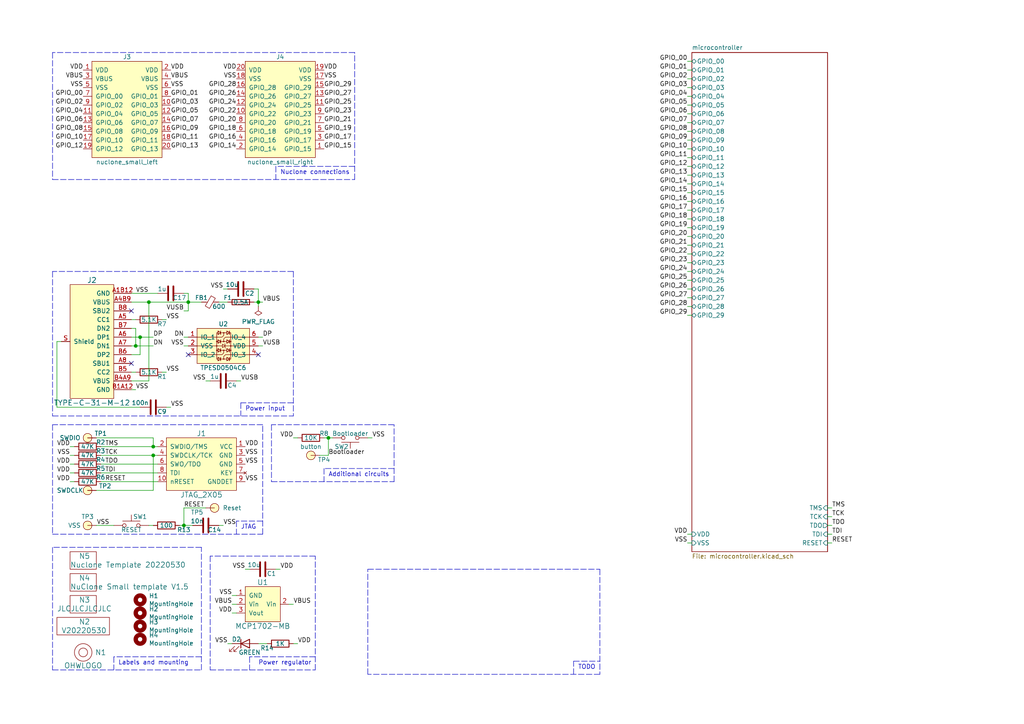
<source format=kicad_sch>
(kicad_sch (version 20231120) (generator "eeschema") (generator_version "8.0")
  (paper "A4")
  (lib_symbols
    (symbol "Device:C" (pin_numbers hide) (pin_names (offset 0.254))
      (property "Reference" "C" (at 0.635 2.54 0))
      (property "Value" "C" (at 0.635 -2.54 0))
      (symbol "C_0_1"
        (polyline (pts (xy -2.032 -0.762) (xy 2.032 -0.762)) (stroke (width 0.508)))
        (polyline (pts (xy -2.032 0.762) (xy 2.032 0.762)) (stroke (width 0.508)))
      )
      (symbol "C_1_1"
        (pin passive line (at 0 3.81 270) (length 2.794) (name "~") (number "1"))
        (pin passive line (at 0 -3.81 90) (length 2.794) (name "~") (number "2"))
      )
    )
    (symbol "Device:FerriteBead_Small" (pin_numbers hide) (pin_names (offset 0))
      (property "Reference" "FB" (at 1.905 1.27 0))
      (property "Value" "FerriteBead_Small" (at 1.905 -1.27 0))
      (symbol "FerriteBead_Small_0_1"
        (polyline (pts (xy 0 -1.27) (xy 0 -0.7874)))
        (polyline (pts (xy 0 0.889) (xy 0 1.2954)))
        (polyline (pts (xy -1.8288 0.2794) (xy -1.1176 1.4986) (xy 1.8288 -0.2032) (xy 1.1176 -1.4224) (xy -1.8288 0.2794)))
      )
      (symbol "FerriteBead_Small_1_1"
        (pin passive line (at 0 2.54 270) (length 1.27) (name "~") (number "1"))
        (pin passive line (at 0 -2.54 90) (length 1.27) (name "~") (number "2"))
      )
    )
    (symbol "Device:Fuse" (pin_numbers hide) (pin_names (offset 0))
      (property "Reference" "F" (at 2.032 0 90))
      (property "Value" "Fuse" (at -1.905 0 90))
      (symbol "Fuse_0_1"
        (rectangle (start -0.762 -2.54) (end 0.762 2.54) (stroke (width 0.254)))
        (polyline (pts (xy 0 2.54) (xy 0 -2.54)))
      )
      (symbol "Fuse_1_1"
        (pin passive line (at 0 3.81 270) (length 1.27) (name "~") (number "1"))
        (pin passive line (at 0 -3.81 90) (length 1.27) (name "~") (number "2"))
      )
    )
    (symbol "Device:LED" (pin_numbers hide) (pin_names (offset 1.016) hide)
      (property "Reference" "D" (at 0 2.54 0))
      (property "Value" "LED" (at 0 -2.54 0))
      (symbol "LED_0_1"
        (polyline (pts (xy -1.27 -1.27) (xy -1.27 1.27)) (stroke (width 0.254)))
        (polyline (pts (xy -1.27 0) (xy 1.27 0)))
        (polyline (pts (xy 1.27 -1.27) (xy 1.27 1.27) (xy -1.27 0) (xy 1.27 -1.27)) (stroke (width 0.254)))
        (polyline (pts (xy -3.048 -0.762) (xy -4.572 -2.286) (xy -3.81 -2.286) (xy -4.572 -2.286) (xy -4.572 -1.524)))
        (polyline (pts (xy -1.778 -0.762) (xy -3.302 -2.286) (xy -2.54 -2.286) (xy -3.302 -2.286) (xy -3.302 -1.524)))
      )
      (symbol "LED_1_1"
        (pin passive line (at -3.81 0 0) (length 2.54) (name "K") (number "1"))
        (pin passive line (at 3.81 0 180) (length 2.54) (name "A") (number "2"))
      )
    )
    (symbol "Device:R" (pin_numbers hide) (pin_names (offset 0))
      (property "Reference" "R" (at 2.032 0 90))
      (property "Value" "R" (at 0 0 90))
      (symbol "R_0_1"
        (rectangle (start -1.016 -2.54) (end 1.016 2.54) (stroke (width 0.254)))
      )
      (symbol "R_1_1"
        (pin passive line (at 0 3.81 270) (length 1.27) (name "~") (number "1"))
        (pin passive line (at 0 -3.81 90) (length 1.27) (name "~") (number "2"))
      )
    )
    (symbol "Mechanical:MountingHole" (pin_names (offset 1.016))
      (property "Reference" "H" (at 0 5.08 0))
      (property "Value" "MountingHole" (at 0 3.175 0))
      (symbol "MountingHole_0_1"
        (circle (center 0 0) (radius 1.27) (stroke (width 1.27)))
      )
    )
    (symbol "SquantorConnectorsNamed:JTAG_2X05_IN" (pin_names (offset 1.016))
      (property "Reference" "J" (at 0 8.89 0))
      (property "Value" "JTAG_2X05_IN" (at 0 -8.89 0))
      (symbol "JTAG_2X05_IN_0_1"
        (rectangle (start -10.16 7.62) (end 10.16 -7.62) (fill (type background)))
      )
      (symbol "JTAG_2X05_IN_1_1"
        (pin power_in line (at 12.7 5.08 180) (length 2.54) (name "VCC") (number "1"))
        (pin open_collector line (at -12.7 -5.08 0) (length 2.54) (name "nRESET") (number "10"))
        (pin bidirectional line (at -12.7 5.08 0) (length 2.54) (name "SWDIO/TMS") (number "2"))
        (pin power_in line (at 12.7 2.54 180) (length 2.54) (name "GND") (number "3"))
        (pin output line (at -12.7 2.54 0) (length 2.54) (name "SWDCLK/TCK") (number "4"))
        (pin power_in line (at 12.7 0 180) (length 2.54) (name "GND") (number "5"))
        (pin output line (at -12.7 0 0) (length 2.54) (name "SWO/TDO") (number "6"))
        (pin no_connect line (at 12.7 -2.54 180) (length 2.54) (name "KEY") (number "7"))
        (pin input line (at -12.7 -2.54 0) (length 2.54) (name "TDI") (number "8"))
        (pin power_in line (at 12.7 -5.08 180) (length 2.54) (name "GNDDET") (number "9"))
      )
    )
    (symbol "SquantorConnectorsNamed:nuclone_small_left" (pin_names (offset 1.016))
      (property "Reference" "J" (at 0 15.24 0))
      (property "Value" "nuclone_small_left" (at 0 -15.24 0))
      (symbol "nuclone_small_left_0_1"
        (rectangle (start -10.16 13.97) (end 10.16 -13.97) (fill (type background)))
      )
      (symbol "nuclone_small_left_1_1"
        (pin power_in line (at -12.7 11.43 0) (length 2.54) (name "VDD") (number "1"))
        (pin bidirectional line (at 12.7 1.27 180) (length 2.54) (name "GPIO_03") (number "10"))
        (pin bidirectional line (at -12.7 -1.27 0) (length 2.54) (name "GPIO_04") (number "11"))
        (pin bidirectional line (at 12.7 -1.27 180) (length 2.54) (name "GPIO_05") (number "12"))
        (pin bidirectional line (at -12.7 -3.81 0) (length 2.54) (name "GPIO_06") (number "13"))
        (pin bidirectional line (at 12.7 -3.81 180) (length 2.54) (name "GPIO_07") (number "14"))
        (pin bidirectional line (at -12.7 -6.35 0) (length 2.54) (name "GPIO_08") (number "15"))
        (pin bidirectional line (at 12.7 -6.35 180) (length 2.54) (name "GPIO_09") (number "16"))
        (pin bidirectional line (at -12.7 -8.89 0) (length 2.54) (name "GPIO_10") (number "17"))
        (pin bidirectional line (at 12.7 -8.89 180) (length 2.54) (name "GPIO_11") (number "18"))
        (pin bidirectional line (at -12.7 -11.43 0) (length 2.54) (name "GPIO_12") (number "19"))
        (pin power_in line (at 12.7 11.43 180) (length 2.54) (name "VDD") (number "2"))
        (pin bidirectional line (at 12.7 -11.43 180) (length 2.54) (name "GPIO_13") (number "20"))
        (pin power_in line (at -12.7 8.89 0) (length 2.54) (name "VBUS") (number "3"))
        (pin power_in line (at 12.7 8.89 180) (length 2.54) (name "VBUS") (number "4"))
        (pin power_in line (at -12.7 6.35 0) (length 2.54) (name "VSS") (number "5"))
        (pin power_in line (at 12.7 6.35 180) (length 2.54) (name "VSS") (number "6"))
        (pin bidirectional line (at -12.7 3.81 0) (length 2.54) (name "GPIO_00") (number "7"))
        (pin bidirectional line (at 12.7 3.81 180) (length 2.54) (name "GPIO_01") (number "8"))
        (pin bidirectional line (at -12.7 1.27 0) (length 2.54) (name "GPIO_02") (number "9"))
      )
    )
    (symbol "SquantorConnectorsNamed:nuclone_small_right" (pin_names (offset 1.016))
      (property "Reference" "J" (at 0 -15.24 0))
      (property "Value" "nuclone_small_right" (at 0 15.24 0))
      (symbol "nuclone_small_right_0_1"
        (rectangle (start 10.16 -13.97) (end -10.16 13.97) (fill (type background)))
      )
      (symbol "nuclone_small_right_1_1"
        (pin bidirectional line (at 12.7 -11.43 180) (length 2.54) (name "GPIO_15") (number "1"))
        (pin bidirectional line (at -12.7 -1.27 0) (length 2.54) (name "GPIO_22") (number "10"))
        (pin bidirectional line (at 12.7 1.27 180) (length 2.54) (name "GPIO_25") (number "11"))
        (pin bidirectional line (at -12.7 1.27 0) (length 2.54) (name "GPIO_24") (number "12"))
        (pin bidirectional line (at 12.7 3.81 180) (length 2.54) (name "GPIO_27") (number "13"))
        (pin bidirectional line (at -12.7 3.81 0) (length 2.54) (name "GPIO_26") (number "14"))
        (pin bidirectional line (at 12.7 6.35 180) (length 2.54) (name "GPIO_29") (number "15"))
        (pin bidirectional line (at -12.7 6.35 0) (length 2.54) (name "GPIO_28") (number "16"))
        (pin power_in line (at 12.7 8.89 180) (length 2.54) (name "VSS") (number "17"))
        (pin power_in line (at -12.7 8.89 0) (length 2.54) (name "VSS") (number "18"))
        (pin power_in line (at 12.7 11.43 180) (length 2.54) (name "VDD") (number "19"))
        (pin bidirectional line (at -12.7 -11.43 0) (length 2.54) (name "GPIO_14") (number "2"))
        (pin power_in line (at -12.7 11.43 0) (length 2.54) (name "VDD") (number "20"))
        (pin bidirectional line (at 12.7 -8.89 180) (length 2.54) (name "GPIO_17") (number "3"))
        (pin bidirectional line (at -12.7 -8.89 0) (length 2.54) (name "GPIO_16") (number "4"))
        (pin bidirectional line (at 12.7 -6.35 180) (length 2.54) (name "GPIO_19") (number "5"))
        (pin bidirectional line (at -12.7 -6.35 0) (length 2.54) (name "GPIO_18") (number "6"))
        (pin bidirectional line (at 12.7 -3.81 180) (length 2.54) (name "GPIO_21") (number "7"))
        (pin bidirectional line (at -12.7 -3.81 0) (length 2.54) (name "GPIO_20") (number "8"))
        (pin bidirectional line (at 12.7 -1.27 180) (length 2.54) (name "GPIO_23") (number "9"))
      )
    )
    (symbol "SquantorDevice:TVS_4_Array" (pin_names (offset 1.016))
      (property "Reference" "U" (at 0 7.62 0))
      (property "Value" "TVS_4_Array" (at 0 -5.08 0))
      (symbol "TVS_4_Array_0_1"
        (rectangle (start -7.62 6.35) (end 7.62 -3.81) (fill (type background)))
        (circle (center -1.905 0) (radius 0.127))
        (circle (center -1.905 1.27) (radius 0.127))
        (circle (center -1.905 2.54) (radius 0.127))
        (polyline (pts (xy -7.62 1.27) (xy -0.254 1.27)))
        (polyline (pts (xy -1.905 5.08) (xy -1.905 -2.54)))
        (polyline (pts (xy -1.524 -2.54) (xy -1.905 -2.54)))
        (polyline (pts (xy -1.524 0) (xy -1.905 0)))
        (polyline (pts (xy -1.524 2.54) (xy -1.905 2.54)))
        (polyline (pts (xy -1.524 5.08) (xy -1.905 5.08)))
        (polyline (pts (xy -0.762 -2.54) (xy 1.016 -2.54)))
        (polyline (pts (xy -0.762 -2.032) (xy -0.762 -3.048)))
        (polyline (pts (xy -0.762 -2.032) (xy -0.762 -3.048)))
        (polyline (pts (xy -0.762 0) (xy 1.016 0)))
        (polyline (pts (xy -0.762 0.508) (xy -0.762 -0.508)))
        (polyline (pts (xy -0.762 0.508) (xy -0.762 -0.508)))
        (polyline (pts (xy -0.762 2.54) (xy 1.016 2.54)))
        (polyline (pts (xy -0.762 3.048) (xy -0.762 2.032)))
        (polyline (pts (xy -0.762 3.048) (xy -0.762 2.032)))
        (polyline (pts (xy -0.762 5.08) (xy 1.016 5.08)))
        (polyline (pts (xy -0.762 5.588) (xy -0.762 4.572)))
        (polyline (pts (xy -0.762 5.588) (xy -0.762 4.572)))
        (polyline (pts (xy 0.508 1.27) (xy 7.62 1.27)))
        (polyline (pts (xy 1.778 -2.54) (xy 2.159 -2.54)))
        (polyline (pts (xy 1.778 -2.032) (xy 1.778 -3.048)))
        (polyline (pts (xy 1.778 -2.032) (xy 1.778 -3.048)))
        (polyline (pts (xy 1.778 0) (xy 2.159 0)))
        (polyline (pts (xy 1.778 0.508) (xy 1.778 -0.508)))
        (polyline (pts (xy 1.778 0.508) (xy 1.778 -0.508)))
        (polyline (pts (xy 1.778 2.54) (xy 2.159 2.54)))
        (polyline (pts (xy 1.778 3.048) (xy 1.778 2.032)))
        (polyline (pts (xy 1.778 3.048) (xy 1.778 2.032)))
        (polyline (pts (xy 1.778 5.08) (xy 2.159 5.08)))
        (polyline (pts (xy 1.778 5.588) (xy 1.778 4.572)))
        (polyline (pts (xy 1.778 5.588) (xy 1.778 4.572)))
        (polyline (pts (xy 2.159 5.08) (xy 2.159 -2.54)))
        (polyline (pts (xy 0.508 1.27) (xy 0.508 0.762) (xy 0.635 0.635)))
        (polyline (pts (xy 0.508 1.27) (xy 0.508 1.778) (xy 0.381 1.905)))
        (polyline (pts (xy -7.62 -1.27) (xy -0.381 -1.27) (xy 0.127 -0.762) (xy 0.127 0)))
        (polyline (pts (xy -7.62 3.81) (xy -0.381 3.81) (xy 0.127 4.318) (xy 0.127 5.08)))
        (polyline (pts (xy 0.508 1.27) (xy -0.254 1.778) (xy -0.254 0.762) (xy 0.508 1.27)))
        (polyline (pts (xy 7.62 -1.27) (xy 0.635 -1.27) (xy 0.127 -1.778) (xy 0.127 -2.413)))
        (polyline (pts (xy 7.62 3.81) (xy 0.635 3.81) (xy 0.127 3.302) (xy 0.127 2.667)))
        (circle (center 0.127 -2.54) (radius 0.127))
        (circle (center 0.127 0) (radius 0.127))
        (circle (center 0.127 2.54) (radius 0.127))
        (circle (center 0.127 5.08) (radius 0.127))
        (circle (center 2.159 0) (radius 0.127))
        (circle (center 2.159 1.27) (radius 0.127))
        (circle (center 2.159 2.54) (radius 0.127))
      )
      (symbol "TVS_4_Array_1_1"
        (polyline (pts (xy -0.762 -2.54) (xy -1.524 -2.032) (xy -1.524 -3.048) (xy -0.762 -2.54)))
        (polyline (pts (xy -0.762 -2.54) (xy -1.524 -2.032) (xy -1.524 -3.048) (xy -0.762 -2.54)))
        (polyline (pts (xy -0.762 0) (xy -1.524 0.508) (xy -1.524 -0.508) (xy -0.762 0)))
        (polyline (pts (xy -0.762 0) (xy -1.524 0.508) (xy -1.524 -0.508) (xy -0.762 0)))
        (polyline (pts (xy -0.762 2.54) (xy -1.524 3.048) (xy -1.524 2.032) (xy -0.762 2.54)))
        (polyline (pts (xy -0.762 2.54) (xy -1.524 3.048) (xy -1.524 2.032) (xy -0.762 2.54)))
        (polyline (pts (xy -0.762 5.08) (xy -1.524 5.588) (xy -1.524 4.572) (xy -0.762 5.08)))
        (polyline (pts (xy -0.762 5.08) (xy -1.524 5.588) (xy -1.524 4.572) (xy -0.762 5.08)))
        (polyline (pts (xy 1.778 -2.54) (xy 1.016 -2.032) (xy 1.016 -3.048) (xy 1.778 -2.54)))
        (polyline (pts (xy 1.778 -2.54) (xy 1.016 -2.032) (xy 1.016 -3.048) (xy 1.778 -2.54)))
        (polyline (pts (xy 1.778 0) (xy 1.016 0.508) (xy 1.016 -0.508) (xy 1.778 0)))
        (polyline (pts (xy 1.778 0) (xy 1.016 0.508) (xy 1.016 -0.508) (xy 1.778 0)))
        (polyline (pts (xy 1.778 2.54) (xy 1.016 3.048) (xy 1.016 2.032) (xy 1.778 2.54)))
        (polyline (pts (xy 1.778 2.54) (xy 1.016 3.048) (xy 1.016 2.032) (xy 1.778 2.54)))
        (polyline (pts (xy 1.778 5.08) (xy 1.016 5.588) (xy 1.016 4.572) (xy 1.778 5.08)))
        (polyline (pts (xy 1.778 5.08) (xy 1.016 5.588) (xy 1.016 4.572) (xy 1.778 5.08)))
        (pin passive line (at -10.16 3.81 0) (length 2.54) (name "IO_1") (number "1"))
        (pin power_in line (at -10.16 1.27 0) (length 2.54) (name "VSS") (number "2"))
        (pin passive line (at -10.16 -1.27 0) (length 2.54) (name "IO_2") (number "3"))
        (pin passive line (at 10.16 -1.27 180) (length 2.54) (name "IO_3") (number "4"))
        (pin power_in line (at 10.16 1.27 180) (length 2.54) (name "VDD") (number "5"))
        (pin passive line (at 10.16 3.81 180) (length 2.54) (name "IO_4") (number "6"))
      )
    )
    (symbol "SquantorLabels:Label" (pin_names (offset 1.016))
      (property "Reference" "N" (at 0 1.27 0))
      (property "Value" "Label" (at 0 -1.27 0))
      (symbol "Label_0_1"
        (rectangle (start -3.81 2.54) (end 3.81 -2.54))
      )
    )
    (symbol "SquantorLabels:OHWLOGO" (pin_names (offset 1.016))
      (property "Reference" "N" (at 0 3.81 0))
      (property "Value" "OHWLOGO" (at 0 -3.81 0))
      (symbol "OHWLOGO_0_1"
        (circle (center 0 0) (radius 1.27))
        (circle (center 0 0) (radius 2.54))
      )
    )
    (symbol "SquantorLabels:VYYYYMMDD" (pin_names (offset 1.016))
      (property "Reference" "N" (at 0 2.54 0))
      (property "Value" "VYYYYMMDD" (at 0 0 0))
      (symbol "VYYYYMMDD_0_1"
        (rectangle (start 7.62 -1.27) (end -7.62 3.81))
      )
    )
    (symbol "SquantorMicrochip:MCP1702-MB" (pin_names (offset 1.016))
      (property "Reference" "U" (at 0 6.35 0))
      (property "Value" "MCP1702-MB" (at 0 -6.35 0))
      (symbol "MCP1702-MB_0_1"
        (rectangle (start -5.08 5.08) (end 5.08 -5.08) (fill (type background)))
      )
      (symbol "MCP1702-MB_1_1"
        (pin power_in line (at -7.62 2.54 0) (length 2.54) (name "GND") (number "1"))
        (pin power_in line (at -7.62 0 0) (length 2.54) (name "Vin") (number "2"))
        (pin power_in line (at 7.62 0 180) (length 2.54) (name "Vin") (number "2"))
        (pin power_out line (at -7.62 -2.54 0) (length 2.54) (name "Vout") (number "3"))
      )
    )
    (symbol "SquantorProto:testpad" (pin_numbers hide) (pin_names (offset 1.016) hide)
      (property "Reference" "TP" (at 0 2.54 0))
      (property "Value" "testpad" (at 0 -2.54 0))
      (symbol "testpad_0_1"
        (circle (center 0 0) (radius 1.27) (fill (type background)))
      )
      (symbol "testpad_1_1"
        (pin passive line (at -2.54 0 0) (length 2.54) (name "1") (number "1"))
      )
    )
    (symbol "SquantorUsb:USB-C_PD_USB" (pin_names (offset 1.016))
      (property "Reference" "J" (at 0 17.78 0))
      (property "Value" "USB-C_PD_USB" (at 0 -17.78 0))
      (symbol "USB-C_PD_USB_0_1"
        (rectangle (start 6.35 16.51) (end -6.35 -16.51) (fill (type background)))
      )
      (symbol "USB-C_PD_USB_1_1"
        (pin power_out line (at 11.43 13.97 180) (length 5.08) (name "GND") (number "A1B12"))
        (pin power_out line (at 11.43 11.43 180) (length 5.08) (name "VBUS") (number "A4B9"))
        (pin bidirectional line (at 11.43 6.35 180) (length 5.08) (name "CC1") (number "A5"))
        (pin bidirectional line (at 11.43 1.27 180) (length 5.08) (name "DP1") (number "A6"))
        (pin bidirectional line (at 11.43 -1.27 180) (length 5.08) (name "DN1") (number "A7"))
        (pin bidirectional line (at 11.43 -6.35 180) (length 5.08) (name "SBU1") (number "A8"))
        (pin passive line (at 11.43 -13.97 180) (length 5.08) (name "GND") (number "B1A12"))
        (pin passive line (at 11.43 -11.43 180) (length 5.08) (name "VBUS") (number "B4A9"))
        (pin bidirectional line (at 11.43 -8.89 180) (length 5.08) (name "CC2") (number "B5"))
        (pin bidirectional line (at 11.43 -3.81 180) (length 5.08) (name "DP2") (number "B6"))
        (pin bidirectional line (at 11.43 3.81 180) (length 5.08) (name "DN2") (number "B7"))
        (pin bidirectional line (at 11.43 8.89 180) (length 5.08) (name "SBU2") (number "B8"))
        (pin passive line (at -8.89 0 0) (length 2.54) (name "Shield") (number "S"))
      )
    )
    (symbol "Switch:SW_Push" (pin_numbers hide) (pin_names (offset 1.016) hide)
      (property "Reference" "SW" (at 1.27 2.54 0))
      (property "Value" "SW_Push" (at 0 -1.524 0))
      (symbol "SW_Push_0_1"
        (circle (center -2.032 0) (radius 0.508))
        (polyline (pts (xy 0 1.27) (xy 0 3.048)))
        (polyline (pts (xy 2.54 1.27) (xy -2.54 1.27)))
        (circle (center 2.032 0) (radius 0.508))
        (pin passive line (at -5.08 0 0) (length 2.54) (name "1") (number "1"))
        (pin passive line (at 5.08 0 180) (length 2.54) (name "2") (number "2"))
      )
    )
    (symbol "power:PWR_FLAG" (power) (pin_numbers hide) (pin_names (offset 0) hide)
      (property "Value" "PWR_FLAG" (at 0 3.81 0))
      (symbol "PWR_FLAG_0_0"
        (pin power_out line (at 0 0 90) (length 0) (name "pwr") (number "1"))
      )
      (symbol "PWR_FLAG_0_1"
        (polyline (pts (xy 0 0) (xy 0 1.27) (xy -1.016 1.905) (xy 0 2.54) (xy 1.016 1.905) (xy 0 1.27)))
      )
    )
  )
  (junction (at 95.25 127))
  (junction (at 44.45 132.08))
  (junction (at 39.37 100.33))
  (junction (at 54.61 87.63))
  (junction (at 44.45 129.54))
  (junction (at 43.18 87.63))
  (junction (at 74.93 87.63))
  (junction (at 53.34 152.4))
  (junction (at 40.64 97.79))
  (no_connect (at 38.1 105.41))
  (no_connect (at 38.1 90.17))
  (no_connect (at 74.93 102.87))
  (no_connect (at 54.61 102.87))
  (polyline (pts (xy 76.2 123.19) (xy 15.24 123.19)) (stroke (width 0) (type dash)))
  (wire (pts (xy 200.66 35.56) (xy 199.39 35.56)))
  (polyline (pts (xy 76.2 154.94) (xy 76.2 123.19)) (stroke (width 0) (type dash)))
  (wire (pts (xy 199.39 78.74) (xy 200.66 78.74)))
  (polyline (pts (xy 114.3 139.7) (xy 114.3 123.19)) (stroke (width 0) (type dash)))
  (wire (pts (xy 54.61 87.63) (xy 58.42 87.63)))
  (wire (pts (xy 20.32 134.62) (xy 21.59 134.62)))
  (wire (pts (xy 16.51 118.11) (xy 40.64 118.11)))
  (polyline (pts (xy 91.44 190.5) (xy 72.39 190.5)) (stroke (width 0) (type dash)))
  (wire (pts (xy 53.34 90.17) (xy 54.61 90.17)))
  (wire (pts (xy 38.1 87.63) (xy 43.18 87.63)))
  (wire (pts (xy 40.64 97.79) (xy 40.64 102.87)))
  (wire (pts (xy 77.47 186.69) (xy 74.93 186.69)))
  (polyline (pts (xy 15.24 120.65) (xy 85.09 120.65)) (stroke (width 0) (type dash)))
  (wire (pts (xy 17.78 99.06) (xy 16.51 99.06)))
  (wire (pts (xy 64.77 83.82) (xy 66.04 83.82)))
  (wire (pts (xy 29.21 139.7) (xy 45.72 139.7)))
  (wire (pts (xy 29.21 132.08) (xy 44.45 132.08)))
  (wire (pts (xy 16.51 99.06) (xy 16.51 118.11)))
  (wire (pts (xy 39.37 95.25) (xy 39.37 100.33)))
  (wire (pts (xy 52.07 152.4) (xy 53.34 152.4)))
  (wire (pts (xy 74.93 83.82) (xy 74.93 87.63)))
  (wire (pts (xy 200.66 91.44) (xy 199.39 91.44)))
  (wire (pts (xy 46.99 107.95) (xy 48.26 107.95)))
  (polyline (pts (xy 85.09 116.84) (xy 69.85 116.84)) (stroke (width 0) (type dash)))
  (wire (pts (xy 199.39 38.1) (xy 200.66 38.1)))
  (wire (pts (xy 29.21 134.62) (xy 45.72 134.62)))
  (polyline (pts (xy 78.74 139.7) (xy 114.3 139.7)) (stroke (width 0) (type dash)))
  (wire (pts (xy 200.66 71.12) (xy 199.39 71.12)))
  (wire (pts (xy 200.66 45.72) (xy 199.39 45.72)))
  (wire (pts (xy 64.77 152.4) (xy 63.5 152.4)))
  (polyline (pts (xy 72.39 190.5) (xy 72.39 194.31)) (stroke (width 0) (type dash)))
  (polyline (pts (xy 15.24 194.31) (xy 58.42 194.31)) (stroke (width 0) (type dash)))
  (wire (pts (xy 29.21 129.54) (xy 44.45 129.54)))
  (wire (pts (xy 200.66 50.8) (xy 199.39 50.8)))
  (polyline (pts (xy 58.42 194.31) (xy 58.42 158.75)) (stroke (width 0) (type dash)))
  (polyline (pts (xy 15.24 78.74) (xy 15.24 120.65)) (stroke (width 0) (type dash)))
  (wire (pts (xy 48.26 92.71) (xy 46.99 92.71)))
  (wire (pts (xy 200.66 157.48) (xy 199.39 157.48)))
  (wire (pts (xy 67.31 177.8) (xy 68.58 177.8)))
  (polyline (pts (xy 106.68 195.58) (xy 106.68 165.1)) (stroke (width 0) (type dash)))
  (polyline (pts (xy 173.99 165.1) (xy 173.99 195.58)) (stroke (width 0) (type dash)))
  (wire (pts (xy 200.66 60.96) (xy 199.39 60.96)))
  (wire (pts (xy 27.94 152.4) (xy 33.02 152.4)))
  (wire (pts (xy 44.45 127) (xy 44.45 129.54)))
  (wire (pts (xy 200.66 86.36) (xy 199.39 86.36)))
  (polyline (pts (xy 58.42 158.75) (xy 15.24 158.75)) (stroke (width 0) (type dash)))
  (polyline (pts (xy 91.44 161.29) (xy 60.96 161.29)) (stroke (width 0) (type dash)))
  (wire (pts (xy 44.45 142.24) (xy 44.45 132.08)))
  (wire (pts (xy 53.34 147.32) (xy 53.34 152.4)))
  (wire (pts (xy 74.93 87.63) (xy 73.66 87.63)))
  (wire (pts (xy 241.3 154.94) (xy 240.03 154.94)))
  (wire (pts (xy 74.93 88.9) (xy 74.93 87.63)))
  (wire (pts (xy 199.39 27.94) (xy 200.66 27.94)))
  (wire (pts (xy 73.66 83.82) (xy 74.93 83.82)))
  (wire (pts (xy 200.66 81.28) (xy 199.39 81.28)))
  (wire (pts (xy 241.3 149.86) (xy 240.03 149.86)))
  (wire (pts (xy 38.1 85.09) (xy 45.72 85.09)))
  (wire (pts (xy 199.39 53.34) (xy 200.66 53.34)))
  (wire (pts (xy 54.61 85.09) (xy 54.61 87.63)))
  (wire (pts (xy 63.5 87.63) (xy 66.04 87.63)))
  (wire (pts (xy 38.1 97.79) (xy 40.64 97.79)))
  (wire (pts (xy 67.31 172.72) (xy 68.58 172.72)))
  (polyline (pts (xy 114.3 135.89) (xy 93.98 135.89)) (stroke (width 0) (type dash)))
  (wire (pts (xy 74.93 100.33) (xy 76.2 100.33)))
  (wire (pts (xy 199.39 83.82) (xy 200.66 83.82)))
  (wire (pts (xy 43.18 87.63) (xy 54.61 87.63)))
  (polyline (pts (xy 15.24 154.94) (xy 76.2 154.94)) (stroke (width 0) (type dash)))
  (wire (pts (xy 20.32 139.7) (xy 21.59 139.7)))
  (wire (pts (xy 199.39 88.9) (xy 200.66 88.9)))
  (wire (pts (xy 199.39 154.94) (xy 200.66 154.94)))
  (polyline (pts (xy 80.01 48.26) (xy 80.01 52.07)) (stroke (width 0) (type dash)))
  (wire (pts (xy 93.98 127) (xy 95.25 127)))
  (polyline (pts (xy 166.37 195.58) (xy 166.37 191.77)) (stroke (width 0) (type dash)))
  (wire (pts (xy 43.18 152.4) (xy 44.45 152.4)))
  (wire (pts (xy 200.66 76.2) (xy 199.39 76.2)))
  (wire (pts (xy 20.32 129.54) (xy 21.59 129.54)))
  (wire (pts (xy 55.88 152.4) (xy 53.34 152.4)))
  (wire (pts (xy 199.39 58.42) (xy 200.66 58.42)))
  (wire (pts (xy 200.66 20.32) (xy 199.39 20.32)))
  (wire (pts (xy 240.03 147.32) (xy 241.3 147.32)))
  (wire (pts (xy 44.45 129.54) (xy 45.72 129.54)))
  (wire (pts (xy 69.85 110.49) (xy 68.58 110.49)))
  (wire (pts (xy 199.39 43.18) (xy 200.66 43.18)))
  (wire (pts (xy 200.66 66.04) (xy 199.39 66.04)))
  (wire (pts (xy 95.25 132.08) (xy 95.25 127)))
  (wire (pts (xy 199.39 48.26) (xy 200.66 48.26)))
  (polyline (pts (xy 85.09 78.74) (xy 85.09 120.65)) (stroke (width 0) (type dash)))
  (wire (pts (xy 200.66 40.64) (xy 199.39 40.64)))
  (wire (pts (xy 199.39 63.5) (xy 200.66 63.5)))
  (wire (pts (xy 200.66 25.4) (xy 199.39 25.4)))
  (wire (pts (xy 44.45 100.33) (xy 39.37 100.33)))
  (polyline (pts (xy 173.99 195.58) (xy 106.68 195.58)) (stroke (width 0) (type dash)))
  (polyline (pts (xy 76.2 151.13) (xy 68.58 151.13)) (stroke (width 0) (type dash)))
  (polyline (pts (xy 60.96 161.29) (xy 60.96 194.31)) (stroke (width 0) (type dash)))
  (polyline (pts (xy 15.24 52.07) (xy 102.87 52.07)) (stroke (width 0) (type dash)))
  (wire (pts (xy 199.39 22.86) (xy 200.66 22.86)))
  (wire (pts (xy 53.34 100.33) (xy 54.61 100.33)))
  (polyline (pts (xy 78.74 123.19) (xy 78.74 139.7)) (stroke (width 0) (type dash)))
  (wire (pts (xy 43.18 110.49) (xy 43.18 87.63)))
  (wire (pts (xy 80.01 165.1) (xy 81.28 165.1)))
  (wire (pts (xy 39.37 100.33) (xy 38.1 100.33)))
  (polyline (pts (xy 15.24 15.24) (xy 15.24 52.07)) (stroke (width 0) (type dash)))
  (polyline (pts (xy 166.37 191.77) (xy 173.99 191.77)) (stroke (width 0) (type dash)))
  (wire (pts (xy 199.39 33.02) (xy 200.66 33.02)))
  (wire (pts (xy 199.39 17.78) (xy 200.66 17.78)))
  (wire (pts (xy 38.1 110.49) (xy 43.18 110.49)))
  (wire (pts (xy 199.39 73.66) (xy 200.66 73.66)))
  (polyline (pts (xy 58.42 190.5) (xy 33.02 190.5)) (stroke (width 0) (type dash)))
  (wire (pts (xy 38.1 92.71) (xy 39.37 92.71)))
  (wire (pts (xy 240.03 152.4) (xy 241.3 152.4)))
  (polyline (pts (xy 114.3 123.19) (xy 78.74 123.19)) (stroke (width 0) (type dash)))
  (wire (pts (xy 67.31 186.69) (xy 66.04 186.69)))
  (polyline (pts (xy 69.85 116.84) (xy 69.85 120.65)) (stroke (width 0) (type dash)))
  (wire (pts (xy 27.94 127) (xy 44.45 127)))
  (wire (pts (xy 27.94 142.24) (xy 44.45 142.24)))
  (wire (pts (xy 40.64 102.87) (xy 38.1 102.87)))
  (polyline (pts (xy 15.24 123.19) (xy 15.24 154.94)) (stroke (width 0) (type dash)))
  (polyline (pts (xy 85.09 78.74) (xy 15.24 78.74)) (stroke (width 0) (type dash)))
  (wire (pts (xy 68.58 175.26) (xy 67.31 175.26)))
  (wire (pts (xy 60.96 110.49) (xy 59.69 110.49)))
  (wire (pts (xy 200.66 30.48) (xy 199.39 30.48)))
  (polyline (pts (xy 33.02 190.5) (xy 33.02 194.31)) (stroke (width 0) (type dash)))
  (polyline (pts (xy 93.98 135.89) (xy 93.98 139.7)) (stroke (width 0) (type dash)))
  (polyline (pts (xy 102.87 48.26) (xy 80.01 48.26)) (stroke (width 0) (type dash)))
  (wire (pts (xy 21.59 132.08) (xy 20.32 132.08)))
  (wire (pts (xy 85.09 127) (xy 86.36 127)))
  (polyline (pts (xy 102.87 52.07) (xy 102.87 15.24)) (stroke (width 0) (type dash)))
  (wire (pts (xy 92.71 132.08) (xy 95.25 132.08)))
  (wire (pts (xy 200.66 55.88) (xy 199.39 55.88)))
  (wire (pts (xy 85.09 175.26) (xy 83.82 175.26)))
  (wire (pts (xy 53.34 85.09) (xy 54.61 85.09)))
  (wire (pts (xy 29.21 137.16) (xy 45.72 137.16)))
  (wire (pts (xy 71.12 165.1) (xy 72.39 165.1)))
  (polyline (pts (xy 60.96 194.31) (xy 91.44 194.31)) (stroke (width 0) (type dash)))
  (wire (pts (xy 76.2 87.63) (xy 74.93 87.63)))
  (wire (pts (xy 39.37 107.95) (xy 38.1 107.95)))
  (wire (pts (xy 76.2 97.79) (xy 74.93 97.79)))
  (wire (pts (xy 59.69 147.32) (xy 53.34 147.32)))
  (wire (pts (xy 54.61 90.17) (xy 54.61 87.63)))
  (polyline (pts (xy 15.24 158.75) (xy 15.24 194.31)) (stroke (width 0) (type dash)))
  (wire (pts (xy 199.39 68.58) (xy 200.66 68.58)))
  (wire (pts (xy 44.45 132.08) (xy 45.72 132.08)))
  (wire (pts (xy 107.95 127) (xy 106.68 127)))
  (wire (pts (xy 49.53 118.11) (xy 48.26 118.11)))
  (polyline (pts (xy 68.58 151.13) (xy 68.58 154.94)) (stroke (width 0) (type dash)))
  (wire (pts (xy 95.25 127) (xy 96.52 127)))
  (wire (pts (xy 86.36 186.69) (xy 85.09 186.69)))
  (wire (pts (xy 39.37 113.03) (xy 38.1 113.03)))
  (polyline (pts (xy 91.44 194.31) (xy 91.44 161.29)) (stroke (width 0) (type dash)))
  (wire (pts (xy 21.59 137.16) (xy 20.32 137.16)))
  (wire (pts (xy 44.45 97.79) (xy 40.64 97.79)))
  (wire (pts (xy 38.1 95.25) (xy 39.37 95.25)))
  (wire (pts (xy 240.03 157.48) (xy 241.3 157.48)))
  (polyline (pts (xy 106.68 165.1) (xy 173.99 165.1)) (stroke (width 0) (type dash)))
  (polyline (pts (xy 102.87 15.24) (xy 15.24 15.24)) (stroke (width 0) (type dash)))
  (wire (pts (xy 54.61 97.79) (xy 53.34 97.79)))
  (text "JTAG" (at 69.85 153.67 0) (effects (font (size 1.27 1.27)) (justify left bottom)))
  (text "Power regulator" (at 74.93 193.04 0) (effects (font (size 1.27 1.27)) (justify left bottom)))
  (text "TODO" (at 167.64 194.31 0) (effects (font (size 1.27 1.27)) (justify left bottom)))
  (text "Additional circuits" (at 95.25 138.43 0) (effects (font (size 1.27 1.27)) (justify left bottom)))
  (text "Nuclone connections" (at 81.28 50.8 0) (effects (font (size 1.27 1.27)) (justify left bottom)))
  (text "Labels and mounting" (at 34.29 193.04 0) (effects (font (size 1.27 1.27)) (justify left bottom)))
  (text "Power input" (at 71.12 119.38 0) (effects (font (size 1.27 1.27)) (justify left bottom)))
  (label "GPIO_15" (at 199.39 55.88 180))
  (label "VDD" (at 24.13 20.32 180))
  (label "VDD" (at 68.58 20.32 180))
  (label "GPIO_26" (at 199.39 83.82 180))
  (label "VUSB" (at 53.34 90.17 180))
  (label "VBUS" (at 85.09 175.26 0))
  (label "TDI" (at 30.48 137.16 0))
  (label "VUSB" (at 76.2 100.33 0))
  (label "GPIO_08" (at 24.13 38.1 180))
  (label "GPIO_21" (at 199.39 71.12 180))
  (label "TMS" (at 30.48 129.54 0))
  (label "GPIO_19" (at 93.98 38.1 0))
  (label "GPIO_11" (at 49.53 40.64 0))
  (label "RESET" (at 53.34 147.32 0))
  (label "GPIO_27" (at 93.98 27.94 0))
  (label "VDD" (at 71.12 129.54 0))
  (label "GPIO_07" (at 199.39 35.56 180))
  (label "GPIO_17" (at 199.39 60.96 180))
  (label "VBUS" (at 67.31 175.26 180))
  (label "VSS" (at 64.77 152.4 0))
  (label "VSS" (at 31.75 152.4 180))
  (label "VSS" (at 59.69 110.49 180))
  (label "DN" (at 53.34 97.79 180))
  (label "TDO" (at 30.48 134.62 0))
  (label "GPIO_27" (at 199.39 86.36 180))
  (label "GPIO_00" (at 199.39 17.78 180))
  (label "GPIO_22" (at 68.58 33.02 180))
  (label "GPIO_17" (at 93.98 40.64 0))
  (label "DP" (at 44.45 97.79 0))
  (label "GPIO_05" (at 199.39 30.48 180))
  (label "VSS" (at 107.95 127 0))
  (label "GPIO_02" (at 199.39 22.86 180))
  (label "VSS" (at 71.12 134.62 0))
  (label "GPIO_03" (at 49.53 30.48 0))
  (label "GPIO_01" (at 49.53 27.94 0))
  (label "VSS" (at 39.37 113.03 0))
  (label "GPIO_24" (at 199.39 78.74 180))
  (label "GPIO_16" (at 199.39 58.42 180))
  (label "GPIO_14" (at 199.39 53.34 180))
  (label "VDD" (at 20.32 137.16 180))
  (label "TDI" (at 241.3 154.94 0))
  (label "GPIO_14" (at 68.58 43.18 180))
  (label "GPIO_18" (at 68.58 38.1 180))
  (label "GPIO_10" (at 199.39 43.18 180))
  (label "GPIO_20" (at 68.58 35.56 180))
  (label "GPIO_22" (at 199.39 73.66 180))
  (label "VSS" (at 48.26 107.95 0))
  (label "VSS" (at 48.26 92.71 0))
  (label "VDD" (at 20.32 129.54 180))
  (label "GPIO_16" (at 68.58 40.64 180))
  (label "GPIO_07" (at 49.53 35.56 0))
  (label "VUSB" (at 69.85 110.49 0))
  (label "GPIO_13" (at 49.53 43.18 0))
  (label "VBUS" (at 24.13 22.86 180))
  (label "GPIO_29" (at 199.39 91.44 180))
  (label "VSS" (at 39.37 85.09 0))
  (label "GPIO_19" (at 199.39 66.04 180))
  (label "VSS" (at 93.98 22.86 0))
  (label "RESET" (at 30.48 139.7 0))
  (label "GPIO_20" (at 199.39 68.58 180))
  (label "GPIO_29" (at 93.98 25.4 0))
  (label "VDD" (at 81.28 165.1 0))
  (label "VSS" (at 199.39 157.48 180))
  (label "VSS" (at 66.04 186.69 180))
  (label "GPIO_02" (at 24.13 30.48 180))
  (label "GPIO_26" (at 68.58 27.94 180))
  (label "TCK" (at 241.3 149.86 0))
  (label "VSS" (at 71.12 132.08 0))
  (label "GPIO_09" (at 49.53 38.1 0))
  (label "GPIO_06" (at 199.39 33.02 180))
  (label "VSS" (at 68.58 22.86 180))
  (label "GPIO_12" (at 24.13 43.18 180))
  (label "GPIO_12" (at 199.39 48.26 180))
  (label "GPIO_08" (at 199.39 38.1 180))
  (label "Bootloader" (at 95.25 132.08 0))
  (label "VBUS" (at 49.53 22.86 0))
  (label "VBUS" (at 76.2 87.63 0))
  (label "GPIO_25" (at 199.39 81.28 180))
  (label "VDD" (at 86.36 186.69 0))
  (label "GPIO_09" (at 199.39 40.64 180))
  (label "VSS" (at 53.34 100.33 180))
  (label "VSS" (at 64.77 83.82 180))
  (label "VSS" (at 49.53 118.11 0))
  (label "VDD" (at 85.09 127 180))
  (label "GPIO_01" (at 199.39 20.32 180))
  (label "DN" (at 44.45 100.33 0))
  (label "GPIO_00" (at 24.13 27.94 180))
  (label "TCK" (at 30.48 132.08 0))
  (label "GPIO_28" (at 68.58 25.4 180))
  (label "VSS" (at 71.12 139.7 0))
  (label "TDO" (at 241.3 152.4 0))
  (label "VSS" (at 71.12 165.1 180))
  (label "GPIO_18" (at 199.39 63.5 180))
  (label "GPIO_11" (at 199.39 45.72 180))
  (label "VDD" (at 20.32 134.62 180))
  (label "GPIO_28" (at 199.39 88.9 180))
  (label "GPIO_13" (at 199.39 50.8 180))
  (label "VDD" (at 67.31 177.8 180))
  (label "GPIO_23" (at 199.39 76.2 180))
  (label "GPIO_25" (at 93.98 30.48 0))
  (label "GPIO_15" (at 93.98 43.18 0))
  (label "GPIO_23" (at 93.98 33.02 0))
  (label "DP" (at 76.2 97.79 0))
  (label "GPIO_21" (at 93.98 35.56 0))
  (label "VSS" (at 49.53 25.4 0))
  (label "GPIO_06" (at 24.13 35.56 180))
  (label "RESET" (at 241.3 157.48 0))
  (label "TMS" (at 241.3 147.32 0))
  (label "VDD" (at 20.32 139.7 180))
  (label "VSS" (at 67.31 172.72 180))
  (label "VDD" (at 199.39 154.94 180))
  (label "VDD" (at 49.53 20.32 0))
  (label "GPIO_04" (at 24.13 33.02 180))
  (label "VSS" (at 24.13 25.4 180))
  (label "VDD" (at 93.98 20.32 0))
  (label "GPIO_24" (at 68.58 30.48 180))
  (label "GPIO_04" (at 199.39 27.94 180))
  (label "GPIO_03" (at 199.39 25.4 180))
  (label "VSS" (at 20.32 132.08 180))
  (label "GPIO_10" (at 24.13 40.64 180))
  (label "GPIO_05" (at 49.53 33.02 0))
  (symbol (lib_id "SquantorLabels:OHWLOGO") (at 24.13 189.23 0) (unit 1)
    (property "Reference" "N1" (at 29.21 189.23 0) (effects (font (size 1.524 1.524))))
    (property "Value" "OHWLOGO" (at 24.13 193.04 0) (effects (font (size 1.524 1.524))))
    (property "Footprint" "Symbol:OSHW-Symbol_6.7x6mm_SilkScreen" (effects (hide yes)))
  )
  (symbol (lib_id "SquantorConnectorsNamed:JTAG_2X05_IN") (at 58.42 134.62 0) (unit 1)
    (property "Reference" "J1" (at 58.42 125.73 0) (effects (font (size 1.524 1.524))))
    (property "Value" "JTAG_2X05" (at 58.42 143.51 0) (effects (font (size 1.524 1.524))))
    (property "Footprint" "SquantorConnectors:Header-0127-2X05-H006" (effects (hide yes)))
  )
  (symbol (lib_id "Device:FerriteBead_Small") (at 60.96 87.63 270) (unit 1)
    (property "Reference" "FB1" (at 58.42 86.36 90))
    (property "Value" "600" (at 63.5 88.9 90))
    (property "Footprint" "SquantorRcl:L_0603" (effects (hide yes)))
  )
  (symbol (lib_id "Device:Fuse") (at 69.85 87.63 270) (unit 1)
    (property "Reference" "F1" (at 66.04 86.36 90))
    (property "Value" "0.5A" (at 69.85 87.63 90))
    (property "Footprint" "SquantorRcl:F_0603_hand" (effects (hide yes)))
  )
  (symbol (lib_id "Device:C") (at 69.85 83.82 90) (unit 1)
    (property "Reference" "C2" (at 72.39 85.09 90))
    (property "Value" "10u" (at 67.31 82.55 90))
    (property "Footprint" "SquantorRcl:C_0603" (effects (hide yes)))
  )
  (symbol (lib_id "power:PWR_FLAG") (at 74.93 88.9 180) (unit 1)
    (property "Reference" "#FLG01" (effects (hide yes)))
    (property "Value" "PWR_FLAG" (at 74.93 93.2942 0))
  )
  (symbol (lib_id "Mechanical:MountingHole") (at 40.64 185.42 0) (unit 1)
    (property "Reference" "H4" (at 43.18 184.2516 0) (effects (justify left)))
    (property "Value" "MountingHole" (at 43.18 186.563 0) (effects (justify left)))
    (property "Footprint" "MountingHole:MountingHole_3.2mm_M3_Pad_Via" (effects (hide yes)))
  )
  (symbol (lib_id "Mechanical:MountingHole") (at 40.64 181.61 0) (unit 1)
    (property "Reference" "H3" (at 43.18 180.4416 0) (effects (justify left)))
    (property "Value" "MountingHole" (at 43.18 182.753 0) (effects (justify left)))
    (property "Footprint" "MountingHole:MountingHole_3.2mm_M3_Pad_Via" (effects (hide yes)))
  )
  (symbol (lib_id "Mechanical:MountingHole") (at 40.64 177.8 0) (unit 1)
    (property "Reference" "H2" (at 43.18 176.6316 0) (effects (justify left)))
    (property "Value" "MountingHole" (at 43.18 178.943 0) (effects (justify left)))
    (property "Footprint" "MountingHole:MountingHole_3.2mm_M3_Pad_Via" (effects (hide yes)))
  )
  (symbol (lib_id "Mechanical:MountingHole") (at 40.64 173.99 0) (unit 1)
    (property "Reference" "H1" (at 43.18 172.8216 0) (effects (justify left)))
    (property "Value" "MountingHole" (at 43.18 175.133 0) (effects (justify left)))
    (property "Footprint" "MountingHole:MountingHole_3.2mm_M3_Pad_Via" (effects (hide yes)))
  )
  (symbol (lib_id "SquantorLabels:VYYYYMMDD") (at 24.13 182.88 0) (unit 1)
    (property "Reference" "N2" (at 22.86 180.34 0) (effects (font (size 1.524 1.524)) (justify left)))
    (property "Value" "V20220530" (at 17.78 182.88 0) (effects (font (size 1.524 1.524)) (justify left)))
    (property "Footprint" "SquantorLabels:Label_Generic" (effects (hide yes)))
  )
  (symbol (lib_id "SquantorMicrochip:MCP1702-MB") (at 76.2 175.26 0) (unit 1)
    (property "Reference" "U1" (at 76.2 168.91 0) (effects (font (size 1.524 1.524))))
    (property "Value" "MCP1702-MB" (at 76.2 181.61 0) (effects (font (size 1.524 1.524))))
    (property "Footprint" "SquantorIC:SOT89-NXP" (effects (hide yes)))
  )
  (symbol (lib_id "Device:C") (at 76.2 165.1 270) (unit 1)
    (property "Reference" "C1" (at 78.74 166.37 90))
    (property "Value" "10u" (at 73.66 163.83 90))
    (property "Footprint" "SquantorRcl:C_0603" (effects (hide yes)))
  )
  (symbol (lib_id "SquantorConnectorsNamed:nuclone_small_left") (at 36.83 31.75 0) (unit 1)
    (property "Reference" "J3" (at 36.83 16.51 0))
    (property "Value" "nuclone_small_left" (at 36.83 46.99 0))
    (property "Footprint" "SquantorConnectorsNamed:nuclone_small_left_stacked" (effects (hide yes)))
  )
  (symbol (lib_id "SquantorConnectorsNamed:nuclone_small_right") (at 81.28 31.75 0) (unit 1)
    (property "Reference" "J4" (at 81.28 16.51 0))
    (property "Value" "nuclone_small_right" (at 81.28 46.99 0))
    (property "Footprint" "SquantorConnectorsNamed:nuclone_small_right_stacked" (effects (hide yes)))
  )
  (symbol (lib_id "SquantorLabels:Label") (at 24.13 175.26 0) (unit 1)
    (property "Reference" "N3" (at 22.86 173.99 0) (effects (font (size 1.524 1.524)) (justify left)))
    (property "Value" "JLCJLCJLCJLC" (at 16.51 176.53 0) (effects (font (size 1.524 1.524)) (justify left)))
    (property "Footprint" "SquantorLabels:Label_Generic" (effects (hide yes)))
  )
  (symbol (lib_id "Switch:SW_Push") (at 38.1 152.4 0) (unit 1)
    (property "Reference" "SW1" (at 40.64 149.86 0))
    (property "Value" "RESET" (at 38.1 153.67 0))
    (property "Footprint" "SquantorSwitches:TD-85XU" (effects (hide yes)))
  )
  (symbol (lib_id "SquantorUsb:USB-C_PD_USB") (at 26.67 99.06 0) (unit 1)
    (property "Reference" "J2" (at 26.67 81.28 0) (effects (font (size 1.524 1.524))))
    (property "Value" "TYPE-C-31-M-12" (at 26.67 116.84 0) (effects (font (size 1.524 1.524))))
    (property "Footprint" "SquantorUsb:USB-C-HRO-31-M-12" (effects (hide yes)))
  )
  (symbol (lib_id "Device:R") (at 43.18 107.95 270) (unit 1)
    (property "Reference" "R1" (at 46.99 109.22 90))
    (property "Value" "5.1K" (at 43.18 107.95 90))
    (property "Footprint" "SquantorRcl:R_0402_hand" (effects (hide yes)))
  )
  (symbol (lib_id "Device:C") (at 44.45 118.11 270) (unit 1)
    (property "Reference" "C9" (at 46.99 119.38 90))
    (property "Value" "100n" (at 40.64 116.84 90))
    (property "Footprint" "SquantorRcl:C_0805" (effects (hide yes)))
  )
  (symbol (lib_id "Device:R") (at 25.4 129.54 270) (unit 1)
    (property "Reference" "R2" (at 29.21 128.27 90))
    (property "Value" "47K" (at 25.4 129.54 90))
    (property "Footprint" "SquantorRcl:R_0402_hand" (effects (hide yes)))
  )
  (symbol (lib_id "Device:R") (at 25.4 132.08 270) (unit 1)
    (property "Reference" "R3" (at 29.21 130.81 90))
    (property "Value" "47K" (at 25.4 132.08 90))
    (property "Footprint" "SquantorRcl:R_0402_hand" (effects (hide yes)))
  )
  (symbol (lib_id "Device:R") (at 25.4 134.62 270) (unit 1)
    (property "Reference" "R4" (at 29.21 133.35 90))
    (property "Value" "47K" (at 25.4 134.62 90))
    (property "Footprint" "SquantorRcl:R_0402_hand" (effects (hide yes)))
  )
  (symbol (lib_id "Device:R") (at 25.4 137.16 270) (unit 1)
    (property "Reference" "R5" (at 29.21 135.89 90))
    (property "Value" "47K" (at 25.4 137.16 90))
    (property "Footprint" "SquantorRcl:R_0402_hand" (effects (hide yes)))
  )
  (symbol (lib_id "Device:R") (at 25.4 139.7 270) (unit 1)
    (property "Reference" "R6" (at 29.21 138.43 90))
    (property "Value" "47K" (at 25.4 139.7 90))
    (property "Footprint" "SquantorRcl:R_0402_hand" (effects (hide yes)))
  )
  (symbol (lib_id "SquantorLabels:Label") (at 24.13 168.91 0) (unit 1)
    (property "Reference" "N4" (at 22.86 167.64 0) (effects (font (size 1.524 1.524)) (justify left)))
    (property "Value" "NuClone Small template V1.5" (at 20.32 170.18 0) (effects (font (size 1.524 1.524)) (justify left)))
    (property "Footprint" "SquantorLabels:Label_Generic" (effects (hide yes)))
  )
  (symbol (lib_id "Device:R") (at 48.26 152.4 270) (unit 1)
    (property "Reference" "R13" (at 53.34 153.67 90))
    (property "Value" "100" (at 48.26 152.4 90))
    (property "Footprint" "SquantorRcl:R_0402_hand" (effects (hide yes)))
  )
  (symbol (lib_id "Device:C") (at 59.69 152.4 270) (unit 1)
    (property "Reference" "C14" (at 62.23 153.67 90))
    (property "Value" "10n" (at 57.15 151.13 90))
    (property "Footprint" "SquantorRcl:C_0402" (effects (hide yes)))
  )
  (symbol (lib_id "Device:R") (at 81.28 186.69 90) (unit 1)
    (property "Reference" "R14" (at 77.47 187.96 90))
    (property "Value" "1K" (at 81.28 186.69 90))
    (property "Footprint" "SquantorRcl:R_0402_hand" (effects (hide yes)))
  )
  (symbol (lib_id "Device:LED") (at 71.12 186.69 0) (unit 1)
    (property "Reference" "D2" (at 68.58 185.42 0))
    (property "Value" "GREEN" (at 72.39 189.23 0))
    (property "Footprint" "SquantorDiodes:LED_0603_hand" (effects (hide yes)))
  )
  (symbol (lib_id "Device:R") (at 43.18 92.71 270) (unit 1)
    (property "Reference" "R7" (at 46.99 93.98 90))
    (property "Value" "5.1K" (at 43.18 92.71 90))
    (property "Footprint" "SquantorRcl:R_0402_hand" (effects (hide yes)))
  )
  (symbol (lib_id "Device:C") (at 49.53 85.09 90) (unit 1)
    (property "Reference" "C17" (at 52.07 86.36 90))
    (property "Value" "1u" (at 46.99 83.82 90))
    (property "Footprint" "SquantorRcl:C_0603" (effects (hide yes)))
  )
  (symbol (lib_id "Switch:SW_Push") (at 101.6 127 180) (unit 1)
    (property "Reference" "SW2" (at 99.06 129.54 0))
    (property "Value" "Bootloader" (at 101.6 125.73 0))
    (property "Footprint" "SquantorSwitches:TD-85XU" (effects (hide yes)))
  )
  (symbol (lib_id "Device:R") (at 90.17 127 270) (unit 1)
    (property "Reference" "R8" (at 93.98 125.73 90))
    (property "Value" "10K" (at 90.17 127 90))
    (property "Footprint" "SquantorRcl:R_0402_hand" (effects (hide yes)))
  )
  (symbol (lib_id "SquantorProto:testpad") (at 90.17 132.08 180) (unit 1)
    (property "Reference" "TP4" (at 93.98 133.35 0))
    (property "Value" "button" (at 90.17 129.54 0))
    (property "Footprint" "SquantorTestPoints:TestPoint_hole_H04R07" (effects (hide yes)))
  )
  (symbol (lib_id "SquantorProto:testpad") (at 25.4 127 180) (unit 1)
    (property "Reference" "TP1" (at 29.21 125.73 0))
    (property "Value" "SWDIO" (at 20.32 127 0))
    (property "Footprint" "SquantorTestPoints:TestPoint_hole_H04R07" (effects (hide yes)))
  )
  (symbol (lib_id "SquantorProto:testpad") (at 25.4 142.24 180) (unit 1)
    (property "Reference" "TP2" (at 30.48 140.97 0))
    (property "Value" "SWDCLK" (at 20.32 142.24 0))
    (property "Footprint" "SquantorTestPoints:TestPoint_hole_H04R07" (effects (hide yes)))
  )
  (symbol (lib_id "SquantorProto:testpad") (at 25.4 152.4 180) (unit 1)
    (property "Reference" "TP3" (at 25.4 149.86 0))
    (property "Value" "VSS" (at 21.59 152.4 0))
    (property "Footprint" "SquantorTestPoints:TestPoint_hole_H05R10" (effects (hide yes)))
  )
  (symbol (lib_id "SquantorProto:testpad") (at 62.23 147.32 0) (unit 1)
    (property "Reference" "TP5" (at 57.15 148.59 0))
    (property "Value" "Reset" (at 67.31 147.32 0))
    (property "Footprint" "SquantorTestPoints:TestPoint_hole_H04R07" (effects (hide yes)))
  )
  (symbol (lib_id "SquantorLabels:Label") (at 24.13 162.56 0) (unit 1)
    (property "Reference" "N5" (at 22.86 161.29 0) (effects (font (size 1.524 1.524)) (justify left)))
    (property "Value" "Nuclone Template 20220530" (at 20.32 163.83 0) (effects (font (size 1.524 1.524)) (justify left)))
    (property "Footprint" "SquantorLabels:Label_Generic" (effects (hide yes)))
  )
  (symbol (lib_id "SquantorDevice:TVS_4_Array") (at 64.77 101.6 0) (unit 1)
    (property "Reference" "U2" (at 64.77 93.98 0))
    (property "Value" "TPESD0504C6" (at 64.77 106.68 0))
    (property "Footprint" "SquantorIC:SOT363-ONsemi" (effects (hide yes)))
  )
  (symbol (lib_id "Device:C") (at 64.77 110.49 270) (unit 1)
    (property "Reference" "C4" (at 67.31 111.76 90))
    (property "Value" "1u" (at 62.23 109.22 90))
    (property "Footprint" "SquantorRcl:C_0402" (effects (hide yes)))
  )
  (sheet (at 200.66 15.24) (size 39.37 144.78)
    (property "Sheetname" "microcontroller" (at 200.66 14.5284 0) (effects (justify left bottom)))
    (property "Sheetfile" "microcontroller.kicad_sch" (at 200.66 160.6046 0) (effects (justify left top)))
    (pin "VSS" input (at 200.66 157.48 180))
    (pin "VDD" input (at 200.66 154.94 180))
    (pin "TMS" input (at 240.03 147.32 0))
    (pin "TCK" input (at 240.03 149.86 0))
    (pin "TDI" input (at 240.03 154.94 0))
    (pin "TDO" output (at 240.03 152.4 0))
    (pin "RESET" input (at 240.03 157.48 0))
    (pin "GPIO_00" bidirectional (at 200.66 17.78 180))
    (pin "GPIO_01" bidirectional (at 200.66 20.32 180))
    (pin "GPIO_02" bidirectional (at 200.66 22.86 180))
    (pin "GPIO_03" bidirectional (at 200.66 25.4 180))
    (pin "GPIO_04" bidirectional (at 200.66 27.94 180))
    (pin "GPIO_05" bidirectional (at 200.66 30.48 180))
    (pin "GPIO_06" bidirectional (at 200.66 33.02 180))
    (pin "GPIO_07" bidirectional (at 200.66 35.56 180))
    (pin "GPIO_08" bidirectional (at 200.66 38.1 180))
    (pin "GPIO_09" bidirectional (at 200.66 40.64 180))
    (pin "GPIO_10" bidirectional (at 200.66 43.18 180))
    (pin "GPIO_11" bidirectional (at 200.66 45.72 180))
    (pin "GPIO_12" bidirectional (at 200.66 48.26 180))
    (pin "GPIO_13" bidirectional (at 200.66 50.8 180))
    (pin "GPIO_14" bidirectional (at 200.66 53.34 180))
    (pin "GPIO_15" bidirectional (at 200.66 55.88 180))
    (pin "GPIO_16" bidirectional (at 200.66 58.42 180))
    (pin "GPIO_17" bidirectional (at 200.66 60.96 180))
    (pin "GPIO_18" bidirectional (at 200.66 63.5 180))
    (pin "GPIO_19" bidirectional (at 200.66 66.04 180))
    (pin "GPIO_20" bidirectional (at 200.66 68.58 180))
    (pin "GPIO_21" bidirectional (at 200.66 71.12 180))
    (pin "GPIO_22" bidirectional (at 200.66 73.66 180))
    (pin "GPIO_23" bidirectional (at 200.66 76.2 180))
    (pin "GPIO_24" bidirectional (at 200.66 78.74 180))
    (pin "GPIO_25" bidirectional (at 200.66 81.28 180))
    (pin "GPIO_26" bidirectional (at 200.66 83.82 180))
    (pin "GPIO_27" bidirectional (at 200.66 86.36 180))
    (pin "GPIO_28" bidirectional (at 200.66 88.9 180))
    (pin "GPIO_29" bidirectional (at 200.66 91.44 180))
  )
)
</source>
